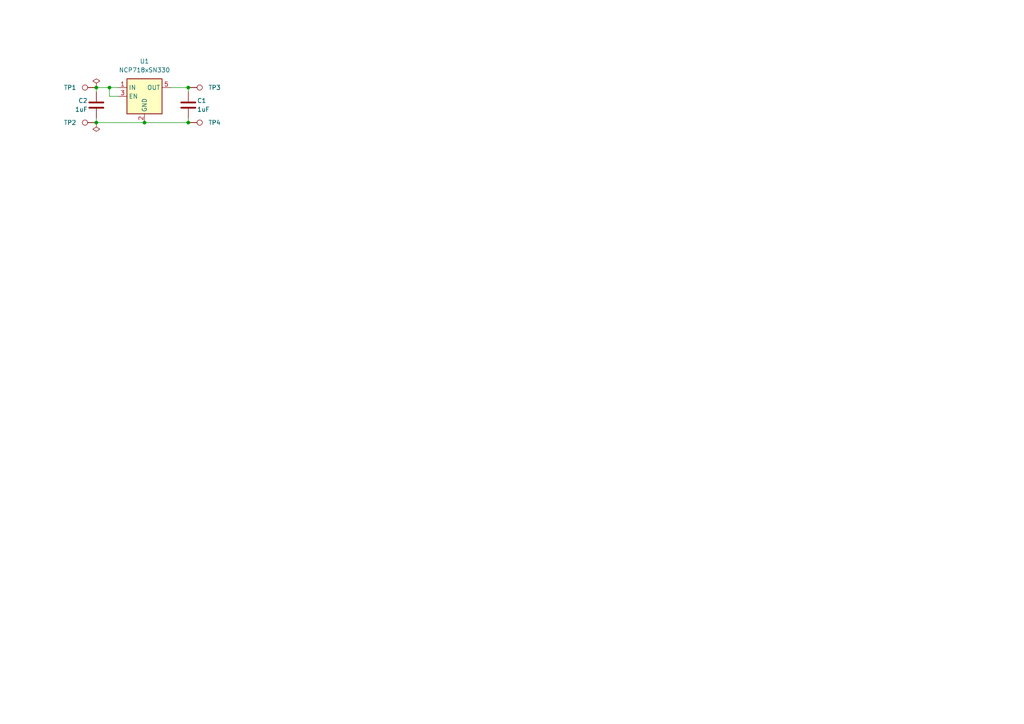
<source format=kicad_sch>
(kicad_sch (version 20230121) (generator eeschema)
  (paper "A4")
  (title_block (title "Micro Carte ALim") (date "2025-05-14") (rev "1.0") (company "Evolutek"))
  (lib_symbols
    (symbol "Connector:TestPoint" (pin_numbers hide) (pin_names (offset 0.762) hide)
      (property "Reference" "TP" (at 0 6.858 0))
      (property "Value" "TestPoint" (at 0 5.08 0))
      (symbol "TestPoint_0_1"
        (circle (center 0 3.302) (radius 0.762))
      )
      (symbol "TestPoint_1_1"
        (pin passive line (at 0 0 90) (length 2.54) (name "1") (number "1"))
      )
    )
    (symbol "Device:C" (pin_numbers hide) (pin_names (offset 0.254))
      (property "Reference" "C" (at 0.635 2.54 0))
      (property "Value" "C" (at 0.635 -2.54 0))
      (symbol "C_0_1"
        (polyline (pts (xy -2.032 -0.762) (xy 2.032 -0.762)) (stroke (width 0.508)))
        (polyline (pts (xy -2.032 0.762) (xy 2.032 0.762)) (stroke (width 0.508)))
      )
      (symbol "C_1_1"
        (pin passive line (at 0 3.81 270) (length 2.794) (name "~") (number "1"))
        (pin passive line (at 0 -3.81 90) (length 2.794) (name "~") (number "2"))
      )
    )
    (symbol "Regulator_Linear:NCP718xSN330"
      (property "Reference" "U" (at -3.81 6.35 0))
      (property "Value" "NCP718xSN330" (at 6.35 6.35 0))
      (symbol "NCP718xSN330_0_1"
        (rectangle (start -5.08 -5.08) (end 5.08 5.08) (stroke (width 0.254)) (fill (type background)))
        (pin power_in line (at -7.62 2.54 0) (length 2.54) (name "IN") (number "1"))
        (pin power_in line (at 0 -7.62 90) (length 2.54) (name "GND") (number "2"))
        (pin input line (at -7.62 0 0) (length 2.54) (name "EN") (number "3"))
        (pin no_connect line (at 5.08 0 180) (length 2.54) hide (name "NC") (number "4"))
        (pin power_out line (at 7.62 2.54 180) (length 2.54) (name "OUT") (number "5"))
      )
    )
    (symbol "power:PWR_FLAG" (power) (pin_numbers hide) (pin_names (offset 0) hide)
      (property "Value" "PWR_FLAG" (at 0 3.81 0))
      (symbol "PWR_FLAG_0_0"
        (pin power_out line (at 0 0 90) (length 0) (name "pwr") (number "1"))
      )
      (symbol "PWR_FLAG_0_1"
        (polyline (pts (xy 0 0) (xy 0 1.27) (xy -1.016 1.905) (xy 0 2.54) (xy 1.016 1.905) (xy 0 1.27)))
      )
    )
  )
  (junction (at 54.61 25.4))
  (junction (at 27.94 35.56))
  (junction (at 27.94 25.4))
  (junction (at 54.61 35.56))
  (junction (at 41.91 35.56))
  (junction (at 31.75 25.4))
  (wire (pts (xy 27.94 25.4) (xy 27.94 26.67)))
  (wire (pts (xy 27.94 35.56) (xy 41.91 35.56)))
  (wire (pts (xy 31.75 25.4) (xy 34.29 25.4)))
  (wire (pts (xy 31.75 25.4) (xy 31.75 27.94)))
  (wire (pts (xy 27.94 34.29) (xy 27.94 35.56)))
  (wire (pts (xy 27.94 25.4) (xy 31.75 25.4)))
  (wire (pts (xy 54.61 34.29) (xy 54.61 35.56)))
  (wire (pts (xy 54.61 25.4) (xy 54.61 26.67)))
  (wire (pts (xy 34.29 27.94) (xy 31.75 27.94)))
  (wire (pts (xy 49.53 25.4) (xy 54.61 25.4)))
  (wire (pts (xy 54.61 35.56) (xy 41.91 35.56)))
  (symbol (lib_id "Device:C") (at 54.61 30.48 0) (unit 1)
    (property "Reference" "C1" (at 57.15 29.21 0) (effects (justify left)))
    (property "Value" "1uF" (at 57.15 31.75 0) (effects (justify left)))
    (property "Footprint" "Capacitor_SMD:C_0603_1608Metric" (effects hide))
  )
  (symbol (lib_id "Connector:TestPoint") (at 27.94 35.56 90) (unit 1) (in_bom no)
    (property "Reference" "TP2" (at 20.32 35.56 90))
    (property "Value" "TestPoint" (effects hide))
    (property "Footprint" "TestPoint:TestPoint_Keystone_5019_Minature" (effects hide))
  )
  (symbol (lib_id "power:PWR_FLAG") (at 27.94 35.56 180) (unit 1)
    (property "Reference" "#FLG01" (effects hide))
    (property "Value" "PWR_FLAG" (effects hide))
  )
  (symbol (lib_id "power:PWR_FLAG") (at 27.94 25.4 0) (unit 1)
    (property "Reference" "#FLG02" (effects hide))
    (property "Value" "PWR_FLAG" (effects hide))
  )
  (symbol (lib_id "Regulator_Linear:NCP718xSN330") (at 41.91 27.94 0) (unit 1)
    (property "Reference" "U1" (at 41.91 17.78 0))
    (property "Value" "NCP718xSN330" (at 41.91 20.32 0))
    (property "Footprint" "Package_TO_SOT_SMD:SOT-23-5" (effects hide))
    (property "Datasheet" "https://www.onsemi.com/pub/Collateral/NCP718-D.PDF" (effects hide))
  )
  (symbol (lib_id "Connector:TestPoint") (at 54.61 25.4 270) (unit 1) (in_bom no)
    (property "Reference" "TP3" (at 62.23 25.4 90))
    (property "Value" "TestPoint" (effects hide))
    (property "Footprint" "TestPoint:TestPoint_Keystone_5019_Minature" (effects hide))
  )
  (symbol (lib_id "Device:C") (at 27.94 30.48 0) (mirror y) (unit 1)
    (property "Reference" "C2" (at 25.4 29.21 0) (effects (justify left)))
    (property "Value" "1uF" (at 25.4 31.75 0) (effects (justify left)))
    (property "Footprint" "Capacitor_SMD:C_0603_1608Metric" (effects hide))
  )
  (symbol (lib_id "Connector:TestPoint") (at 54.61 35.56 270) (unit 1) (in_bom no)
    (property "Reference" "TP4" (at 62.23 35.56 90))
    (property "Value" "TestPoint" (effects hide))
    (property "Footprint" "TestPoint:TestPoint_Keystone_5019_Minature" (effects hide))
  )
  (symbol (lib_id "Connector:TestPoint") (at 27.94 25.4 90) (unit 1) (in_bom no)
    (property "Reference" "TP1" (at 20.32 25.4 90))
    (property "Value" "TestPoint" (effects hide))
    (property "Footprint" "TestPoint:TestPoint_Keystone_5019_Minature" (effects hide))
  )
)
</source>
